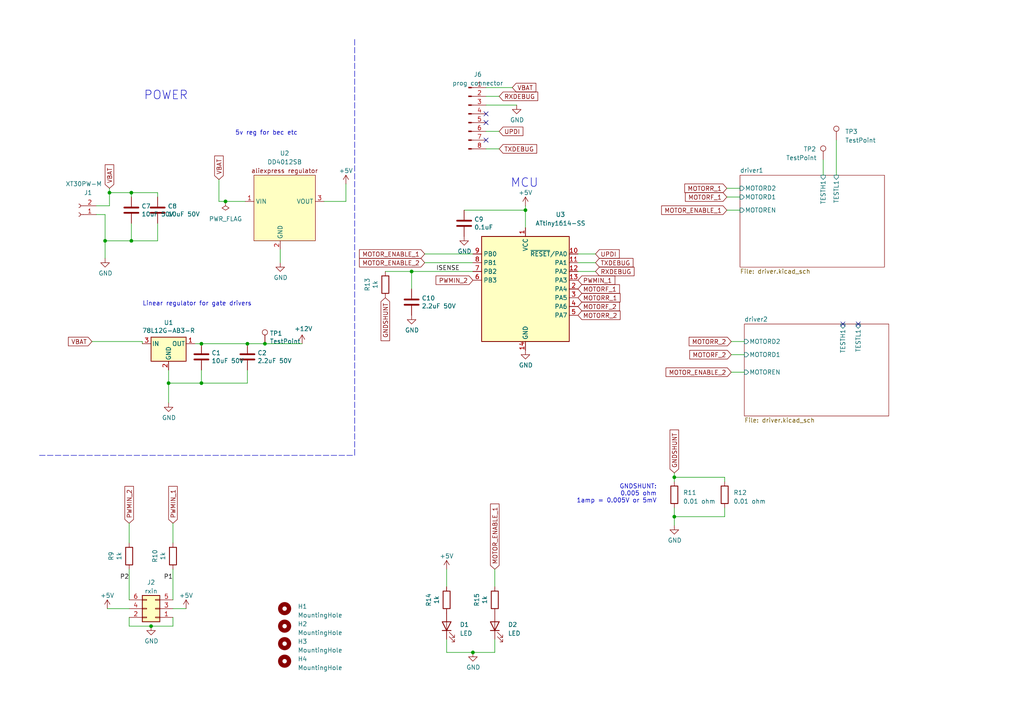
<source format=kicad_sch>
(kicad_sch (version 20210621) (generator eeschema)
  (paper "A4")
  (title_block (title "Beetle Double ESC") (date "2021-04-29") (company "Mark Robson"))
  (lib_symbols
    (symbol "Connector:Conn_01x02_Female" (pin_names (offset 1.016) hide)
      (property "Reference" "J" (at 0 2.54 0))
      (property "Value" "Conn_01x02_Female" (at 0 -5.08 0))
      (symbol "Conn_01x02_Female_1_1"
        (arc (start 0 -2.032) (end 0 -3.048) (radius (at 0 -2.54) (length 0.508) (angles 90.1 -90.1)) (stroke (width 0.1524)))
        (arc (start 0 0.508) (end 0 -0.508) (radius (at 0 0) (length 0.508) (angles 90.1 -90.1)) (stroke (width 0.1524)))
        (polyline (pts (xy -1.27 -2.54) (xy -0.508 -2.54)) (stroke (width 0.1524)))
        (polyline (pts (xy -1.27 0) (xy -0.508 0)) (stroke (width 0.1524)))
        (pin passive line (at -5.08 0 0) (length 3.81) (name "Pin_1") (number "1"))
        (pin passive line (at -5.08 -2.54 0) (length 3.81) (name "Pin_2") (number "2"))
      )
    )
    (symbol "Connector:Conn_01x08_Male" (pin_names (offset 1.016) hide)
      (property "Reference" "J" (at 0 10.16 0))
      (property "Value" "Conn_01x08_Male" (at 0 -12.7 0))
      (symbol "Conn_01x08_Male_1_1"
        (rectangle (start 0.8636 -10.033) (end 0 -10.287) (stroke (width 0.1524)) (fill (type outline)))
        (rectangle (start 0.8636 -7.493) (end 0 -7.747) (stroke (width 0.1524)) (fill (type outline)))
        (rectangle (start 0.8636 -4.953) (end 0 -5.207) (stroke (width 0.1524)) (fill (type outline)))
        (rectangle (start 0.8636 -2.413) (end 0 -2.667) (stroke (width 0.1524)) (fill (type outline)))
        (rectangle (start 0.8636 0.127) (end 0 -0.127) (stroke (width 0.1524)) (fill (type outline)))
        (rectangle (start 0.8636 2.667) (end 0 2.413) (stroke (width 0.1524)) (fill (type outline)))
        (rectangle (start 0.8636 5.207) (end 0 4.953) (stroke (width 0.1524)) (fill (type outline)))
        (rectangle (start 0.8636 7.747) (end 0 7.493) (stroke (width 0.1524)) (fill (type outline)))
        (polyline (pts (xy 1.27 -10.16) (xy 0.8636 -10.16)) (stroke (width 0.1524)))
        (polyline (pts (xy 1.27 -7.62) (xy 0.8636 -7.62)) (stroke (width 0.1524)))
        (polyline (pts (xy 1.27 -5.08) (xy 0.8636 -5.08)) (stroke (width 0.1524)))
        (polyline (pts (xy 1.27 -2.54) (xy 0.8636 -2.54)) (stroke (width 0.1524)))
        (polyline (pts (xy 1.27 0) (xy 0.8636 0)) (stroke (width 0.1524)))
        (polyline (pts (xy 1.27 2.54) (xy 0.8636 2.54)) (stroke (width 0.1524)))
        (polyline (pts (xy 1.27 5.08) (xy 0.8636 5.08)) (stroke (width 0.1524)))
        (polyline (pts (xy 1.27 7.62) (xy 0.8636 7.62)) (stroke (width 0.1524)))
        (pin passive line (at 5.08 7.62 180) (length 3.81) (name "Pin_1") (number "1"))
        (pin passive line (at 5.08 5.08 180) (length 3.81) (name "Pin_2") (number "2"))
        (pin passive line (at 5.08 2.54 180) (length 3.81) (name "Pin_3") (number "3"))
        (pin passive line (at 5.08 0 180) (length 3.81) (name "Pin_4") (number "4"))
        (pin passive line (at 5.08 -2.54 180) (length 3.81) (name "Pin_5") (number "5"))
        (pin passive line (at 5.08 -5.08 180) (length 3.81) (name "Pin_6") (number "6"))
        (pin passive line (at 5.08 -7.62 180) (length 3.81) (name "Pin_7") (number "7"))
        (pin passive line (at 5.08 -10.16 180) (length 3.81) (name "Pin_8") (number "8"))
      )
    )
    (symbol "Connector:TestPoint" (pin_numbers hide) (pin_names (offset 0.762) hide)
      (property "Reference" "TP" (at 0 6.858 0))
      (property "Value" "TestPoint" (at 0 5.08 0))
      (symbol "TestPoint_0_1"
        (circle (center 0 3.302) (radius 0.762))
      )
      (symbol "TestPoint_1_1"
        (pin passive line (at 0 0 90) (length 2.54) (name "1") (number "1"))
      )
    )
    (symbol "Connector_Generic:Conn_02x03_Odd_Even" (pin_names (offset 1.016) hide)
      (property "Reference" "J" (at 1.27 5.08 0))
      (property "Value" "Conn_02x03_Odd_Even" (at 1.27 -5.08 0))
      (symbol "Conn_02x03_Odd_Even_1_1"
        (rectangle (start -1.27 -2.413) (end 0 -2.667) (stroke (width 0.1524)))
        (rectangle (start -1.27 0.127) (end 0 -0.127) (stroke (width 0.1524)))
        (rectangle (start -1.27 2.667) (end 0 2.413) (stroke (width 0.1524)))
        (rectangle (start 3.81 -2.413) (end 2.54 -2.667) (stroke (width 0.1524)))
        (rectangle (start 3.81 0.127) (end 2.54 -0.127) (stroke (width 0.1524)))
        (rectangle (start 3.81 2.667) (end 2.54 2.413) (stroke (width 0.1524)))
        (rectangle (start -1.27 3.81) (end 3.81 -3.81) (stroke (width 0.254)) (fill (type background)))
        (pin passive line (at -5.08 2.54 0) (length 3.81) (name "Pin_1") (number "1"))
        (pin passive line (at 7.62 2.54 180) (length 3.81) (name "Pin_2") (number "2"))
        (pin passive line (at -5.08 0 0) (length 3.81) (name "Pin_3") (number "3"))
        (pin passive line (at 7.62 0 180) (length 3.81) (name "Pin_4") (number "4"))
        (pin passive line (at -5.08 -2.54 0) (length 3.81) (name "Pin_5") (number "5"))
        (pin passive line (at 7.62 -2.54 180) (length 3.81) (name "Pin_6") (number "6"))
      )
    )
    (symbol "Device:C" (pin_numbers hide) (pin_names (offset 0.254))
      (property "Reference" "C" (at 0.635 2.54 0))
      (property "Value" "C" (at 0.635 -2.54 0))
      (symbol "C_0_1"
        (polyline (pts (xy -2.032 -0.762) (xy 2.032 -0.762)) (stroke (width 0.508)))
        (polyline (pts (xy -2.032 0.762) (xy 2.032 0.762)) (stroke (width 0.508)))
      )
      (symbol "C_1_1"
        (pin passive line (at 0 3.81 270) (length 2.794) (name "~") (number "1"))
        (pin passive line (at 0 -3.81 90) (length 2.794) (name "~") (number "2"))
      )
    )
    (symbol "Device:LED" (pin_numbers hide) (pin_names (offset 1.016) hide)
      (property "Reference" "D" (at 0 2.54 0))
      (property "Value" "LED" (at 0 -2.54 0))
      (symbol "LED_0_1"
        (polyline (pts (xy -1.27 -1.27) (xy -1.27 1.27)) (stroke (width 0.254)))
        (polyline (pts (xy -1.27 0) (xy 1.27 0)))
        (polyline (pts (xy 1.27 -1.27) (xy 1.27 1.27) (xy -1.27 0) (xy 1.27 -1.27)) (stroke (width 0.254)))
        (polyline (pts (xy -3.048 -0.762) (xy -4.572 -2.286) (xy -3.81 -2.286) (xy -4.572 -2.286) (xy -4.572 -1.524)))
        (polyline (pts (xy -1.778 -0.762) (xy -3.302 -2.286) (xy -2.54 -2.286) (xy -3.302 -2.286) (xy -3.302 -1.524)))
      )
      (symbol "LED_1_1"
        (pin passive line (at -3.81 0 0) (length 2.54) (name "K") (number "1"))
        (pin passive line (at 3.81 0 180) (length 2.54) (name "A") (number "2"))
      )
    )
    (symbol "Device:R" (pin_numbers hide) (pin_names (offset 0))
      (property "Reference" "R" (at 2.032 0 90))
      (property "Value" "R" (at 0 0 90))
      (symbol "R_0_1"
        (rectangle (start -1.016 -2.54) (end 1.016 2.54) (stroke (width 0.254)))
      )
      (symbol "R_1_1"
        (pin passive line (at 0 3.81 270) (length 1.27) (name "~") (number "1"))
        (pin passive line (at 0 -3.81 90) (length 1.27) (name "~") (number "2"))
      )
    )
    (symbol "MCU_Microchip_ATtiny:ATtiny1614-SS"
      (property "Reference" "U" (at -12.7 16.51 0))
      (property "Value" "ATtiny1614-SS" (at 2.54 -16.51 0))
      (symbol "ATtiny1614-SS_0_1"
        (rectangle (start -12.7 -15.24) (end 12.7 15.24) (stroke (width 0.254)) (fill (type background)))
      )
      (symbol "ATtiny1614-SS_1_1"
        (pin power_in line (at 0 17.78 270) (length 2.54) (name "VCC") (number "1"))
        (pin bidirectional line (at 15.24 10.16 180) (length 2.54) (name "~{RESET}/PA0") (number "10"))
        (pin bidirectional line (at 15.24 7.62 180) (length 2.54) (name "PA1") (number "11"))
        (pin bidirectional line (at 15.24 5.08 180) (length 2.54) (name "PA2") (number "12"))
        (pin bidirectional line (at 15.24 2.54 180) (length 2.54) (name "PA3") (number "13"))
        (pin power_in line (at 0 -17.78 90) (length 2.54) (name "GND") (number "14"))
        (pin bidirectional line (at 15.24 0 180) (length 2.54) (name "PA4") (number "2"))
        (pin bidirectional line (at 15.24 -2.54 180) (length 2.54) (name "PA5") (number "3"))
        (pin bidirectional line (at 15.24 -5.08 180) (length 2.54) (name "PA6") (number "4"))
        (pin bidirectional line (at 15.24 -7.62 180) (length 2.54) (name "PA7") (number "5"))
        (pin bidirectional line (at -15.24 2.54 0) (length 2.54) (name "PB3") (number "6"))
        (pin bidirectional line (at -15.24 5.08 0) (length 2.54) (name "PB2") (number "7"))
        (pin bidirectional line (at -15.24 7.62 0) (length 2.54) (name "PB1") (number "8"))
        (pin bidirectional line (at -15.24 10.16 0) (length 2.54) (name "PB0") (number "9"))
      )
    )
    (symbol "Mechanical:MountingHole" (pin_names (offset 1.016))
      (property "Reference" "H" (at 0 5.08 0))
      (property "Value" "MountingHole" (at 0 3.175 0))
      (symbol "MountingHole_0_1"
        (circle (center 0 0) (radius 1.27) (stroke (width 1.27)))
      )
    )
    (symbol "Regulator_Linear:L78L12_SOT89" (pin_names (offset 0.254))
      (property "Reference" "U" (at -3.81 3.175 0))
      (property "Value" "L78L12_SOT89" (at -0.635 3.175 0))
      (symbol "L78L12_SOT89_0_1"
        (rectangle (start -5.08 1.905) (end 5.08 -5.08) (stroke (width 0.254)) (fill (type background)))
      )
      (symbol "L78L12_SOT89_1_1"
        (pin power_out line (at 7.62 0 180) (length 2.54) (name "OUT") (number "1"))
        (pin power_in line (at 0 -7.62 90) (length 2.54) (name "GND") (number "2"))
        (pin power_in line (at -7.62 0 0) (length 2.54) (name "IN") (number "3"))
      )
    )
    (symbol "beetledouble:DD4012SB"
      (property "Reference" "U" (at 0 5.08 0))
      (property "Value" "DD4012SB" (at 0 7.62 0))
      (symbol "DD4012SB_0_0"
        (text "aliexpress regulator" (at 0 10.16 0) (effects (font (size 1.27 1.27))))
      )
      (symbol "DD4012SB_0_1"
        (rectangle (start -8.89 8.89) (end 8.89 -10.16) (stroke (width 0.1524)) (fill (type background)))
      )
      (symbol "DD4012SB_1_1"
        (pin power_in line (at -11.43 1.27 0) (length 2.54) (name "VIN") (number "1"))
        (pin power_in line (at -1.27 -12.7 90) (length 2.54) (name "GND") (number "2"))
        (pin power_out line (at 11.43 1.27 180) (length 2.54) (name "VOUT") (number "3"))
      )
    )
    (symbol "power:+12V" (power) (pin_names (offset 0))
      (property "Value" "+12V" (at 0 3.556 0))
      (symbol "+12V_0_1"
        (polyline (pts (xy -0.762 1.27) (xy 0 2.54)))
        (polyline (pts (xy 0 0) (xy 0 2.54)))
        (polyline (pts (xy 0 2.54) (xy 0.762 1.27)))
      )
      (symbol "+12V_1_1"
        (pin power_in line (at 0 0 90) (length 0) hide (name "+12V") (number "1"))
      )
    )
    (symbol "power:+5V" (power) (pin_names (offset 0))
      (property "Value" "+5V" (at 0 3.556 0))
      (symbol "+5V_0_1"
        (polyline (pts (xy -0.762 1.27) (xy 0 2.54)))
        (polyline (pts (xy 0 0) (xy 0 2.54)))
        (polyline (pts (xy 0 2.54) (xy 0.762 1.27)))
      )
      (symbol "+5V_1_1"
        (pin power_in line (at 0 0 90) (length 0) hide (name "+5V") (number "1"))
      )
    )
    (symbol "power:GND" (power) (pin_names (offset 0))
      (property "Value" "GND" (at 0 -3.81 0))
      (symbol "GND_0_1"
        (polyline (pts (xy 0 0) (xy 0 -1.27) (xy 1.27 -1.27) (xy 0 -2.54) (xy -1.27 -1.27) (xy 0 -1.27)))
      )
      (symbol "GND_1_1"
        (pin power_in line (at 0 0 270) (length 0) hide (name "GND") (number "1"))
      )
    )
    (symbol "power:PWR_FLAG" (power) (pin_numbers hide) (pin_names (offset 0) hide)
      (property "Value" "PWR_FLAG" (at 0 3.81 0))
      (symbol "PWR_FLAG_0_0"
        (pin power_out line (at 0 0 90) (length 0) (name "pwr") (number "1"))
      )
      (symbol "PWR_FLAG_0_1"
        (polyline (pts (xy 0 0) (xy 0 1.27) (xy -1.016 1.905) (xy 0 2.54) (xy 1.016 1.905) (xy 0 1.27)))
      )
    )
  )
  (junction (at 30.48 69.85) (diameter 0.9144))
  (junction (at 31.75 55.88) (diameter 0.9144))
  (junction (at 38.1 55.88) (diameter 0.9144))
  (junction (at 38.1 69.85) (diameter 0.9144))
  (junction (at 43.815 181.61) (diameter 0.9144))
  (junction (at 48.895 111.125) (diameter 0.9144))
  (junction (at 58.42 99.695) (diameter 0.9144))
  (junction (at 58.42 111.125) (diameter 0.9144))
  (junction (at 65.405 58.42) (diameter 0.9144))
  (junction (at 71.755 99.695) (diameter 0.9144))
  (junction (at 76.835 99.695) (diameter 0.9144))
  (junction (at 119.38 78.74) (diameter 0.9144))
  (junction (at 137.16 189.23) (diameter 0.9144))
  (junction (at 152.4 60.96) (diameter 0.9144))
  (junction (at 195.58 138.43) (diameter 0.9144))
  (junction (at 195.58 149.86) (diameter 0.9144))
  (no_connect (at 140.97 33.02))
  (no_connect (at 140.97 35.56))
  (no_connect (at 140.97 40.64))
  (no_connect (at 244.475 93.98))
  (no_connect (at 248.92 93.98))
  (wire (pts (xy 26.67 99.06) (xy 41.275 99.06)))
  (wire (pts (xy 27.94 59.69) (xy 31.75 59.69)))
  (wire (pts (xy 27.94 62.23) (xy 30.48 62.23)))
  (wire (pts (xy 30.48 62.23) (xy 30.48 69.85)))
  (wire (pts (xy 30.48 69.85) (xy 30.48 74.93)))
  (wire (pts (xy 31.115 176.53) (xy 37.465 176.53)))
  (wire (pts (xy 31.75 55.88) (xy 31.75 54.61)))
  (wire (pts (xy 31.75 55.88) (xy 38.1 55.88)))
  (wire (pts (xy 31.75 59.69) (xy 31.75 55.88)))
  (wire (pts (xy 37.465 151.765) (xy 37.465 157.48)))
  (wire (pts (xy 37.465 165.1) (xy 37.465 173.99)))
  (wire (pts (xy 37.465 179.07) (xy 37.465 181.61)))
  (wire (pts (xy 37.465 181.61) (xy 43.815 181.61)))
  (wire (pts (xy 38.1 55.88) (xy 38.1 57.15)))
  (wire (pts (xy 38.1 55.88) (xy 45.72 55.88)))
  (wire (pts (xy 38.1 64.77) (xy 38.1 69.85)))
  (wire (pts (xy 38.1 69.85) (xy 30.48 69.85)))
  (wire (pts (xy 41.275 99.06) (xy 41.275 99.695)))
  (wire (pts (xy 43.815 181.61) (xy 50.165 181.61)))
  (wire (pts (xy 45.72 55.88) (xy 45.72 57.15)))
  (wire (pts (xy 45.72 64.77) (xy 45.72 69.85)))
  (wire (pts (xy 45.72 69.85) (xy 38.1 69.85)))
  (wire (pts (xy 48.895 107.315) (xy 48.895 111.125)))
  (wire (pts (xy 48.895 111.125) (xy 48.895 116.84)))
  (wire (pts (xy 50.165 151.765) (xy 50.165 157.48)))
  (wire (pts (xy 50.165 165.1) (xy 50.165 173.99)))
  (wire (pts (xy 50.165 176.53) (xy 53.975 176.53)))
  (wire (pts (xy 50.165 179.07) (xy 50.165 181.61)))
  (wire (pts (xy 56.515 99.695) (xy 58.42 99.695)))
  (wire (pts (xy 58.42 99.695) (xy 71.755 99.695)))
  (wire (pts (xy 58.42 107.315) (xy 58.42 111.125)))
  (wire (pts (xy 58.42 111.125) (xy 48.895 111.125)))
  (wire (pts (xy 58.42 111.125) (xy 71.755 111.125)))
  (wire (pts (xy 63.5 52.07) (xy 63.5 58.42)))
  (wire (pts (xy 65.405 58.42) (xy 63.5 58.42)))
  (wire (pts (xy 71.12 58.42) (xy 65.405 58.42)))
  (wire (pts (xy 71.755 99.695) (xy 76.835 99.695)))
  (wire (pts (xy 71.755 111.125) (xy 71.755 107.315)))
  (wire (pts (xy 76.835 99.695) (xy 87.63 99.695)))
  (wire (pts (xy 81.28 72.39) (xy 81.28 76.2)))
  (wire (pts (xy 93.98 58.42) (xy 100.33 58.42)))
  (wire (pts (xy 100.33 53.34) (xy 100.33 58.42)))
  (wire (pts (xy 111.76 78.74) (xy 119.38 78.74)))
  (wire (pts (xy 119.38 78.74) (xy 119.38 83.82)))
  (wire (pts (xy 119.38 78.74) (xy 137.16 78.74)))
  (wire (pts (xy 123.19 73.66) (xy 137.16 73.66)))
  (wire (pts (xy 123.19 76.2) (xy 137.16 76.2)))
  (wire (pts (xy 129.54 165.1) (xy 129.54 170.18)))
  (wire (pts (xy 129.54 185.42) (xy 129.54 189.23)))
  (wire (pts (xy 129.54 189.23) (xy 137.16 189.23)))
  (wire (pts (xy 134.62 60.96) (xy 152.4 60.96)))
  (wire (pts (xy 140.97 25.4) (xy 148.59 25.4)))
  (wire (pts (xy 140.97 27.94) (xy 144.78 27.94)))
  (wire (pts (xy 140.97 30.48) (xy 149.86 30.48)))
  (wire (pts (xy 140.97 38.1) (xy 144.78 38.1)))
  (wire (pts (xy 140.97 43.18) (xy 144.78 43.18)))
  (wire (pts (xy 143.51 165.1) (xy 143.51 170.18)))
  (wire (pts (xy 143.51 185.42) (xy 143.51 189.23)))
  (wire (pts (xy 143.51 189.23) (xy 137.16 189.23)))
  (wire (pts (xy 152.4 59.69) (xy 152.4 60.96)))
  (wire (pts (xy 152.4 60.96) (xy 152.4 66.04)))
  (wire (pts (xy 167.64 73.66) (xy 172.72 73.66)))
  (wire (pts (xy 167.64 76.2) (xy 172.72 76.2)))
  (wire (pts (xy 167.64 78.74) (xy 172.72 78.74)))
  (wire (pts (xy 195.58 137.16) (xy 195.58 138.43)))
  (wire (pts (xy 195.58 138.43) (xy 195.58 139.7)))
  (wire (pts (xy 195.58 138.43) (xy 210.185 138.43)))
  (wire (pts (xy 195.58 149.86) (xy 195.58 147.32)))
  (wire (pts (xy 195.58 149.86) (xy 195.58 152.4)))
  (wire (pts (xy 210.185 138.43) (xy 210.185 139.7)))
  (wire (pts (xy 210.185 147.32) (xy 210.185 149.86)))
  (wire (pts (xy 210.185 149.86) (xy 195.58 149.86)))
  (wire (pts (xy 210.82 54.61) (xy 214.63 54.61)))
  (wire (pts (xy 210.82 57.15) (xy 214.63 57.15)))
  (wire (pts (xy 210.82 60.96) (xy 214.63 60.96)))
  (wire (pts (xy 212.09 99.06) (xy 215.9 99.06)))
  (wire (pts (xy 212.09 102.87) (xy 215.9 102.87)))
  (wire (pts (xy 212.09 107.95) (xy 215.9 107.95)))
  (wire (pts (xy 238.76 46.355) (xy 238.76 50.8)))
  (wire (pts (xy 242.57 40.64) (xy 242.57 50.8)))
  (polyline (pts (xy 11.43 132.08) (xy 102.87 132.08)) (stroke (width 0) (type dash)))
  (polyline (pts (xy 102.87 11.43) (xy 102.87 132.08)) (stroke (width 0) (type dash)))
  (text "POWER" (at 54.61 29.21 180) (effects (font (size 2.5 2.5)) (justify right bottom)))
  (text "Linear regulator for gate drivers" (at 73.025 88.9 180) (effects (font (size 1.27 1.27)) (justify right bottom)))
  (text "5v reg for bec etc" (at 86.36 39.37 180) (effects (font (size 1.27 1.27)) (justify right bottom)))
  (text "MCU" (at 156.21 54.61 180) (effects (font (size 2.5 2.5)) (justify right bottom)))
  (text "GNDSHUNT:\n0.005 ohm\n1amp = 0.005V or 5mV" (at 190.5 146.05 180) (effects (font (size 1.27 1.27)) (justify right bottom)))
  (label "P2" (at 37.465 168.275 180))
  (label "P1" (at 50.165 168.275 180))
  (label "ISENSE" (at 133.35 78.74 180))
  (global_label "VBAT" (shape input) (at 26.67 99.06 180) (property "Intersheet References" "${INTERSHEET_REFS}" (effects hide)))
  (global_label "VBAT" (shape input) (at 31.75 54.61 90) (property "Intersheet References" "${INTERSHEET_REFS}" (effects hide)))
  (global_label "PWMIN_2" (shape input) (at 37.465 151.765 90) (property "Intersheet References" "${INTERSHEET_REFS}" (effects hide)))
  (global_label "PWMIN_1" (shape input) (at 50.165 151.765 90) (property "Intersheet References" "${INTERSHEET_REFS}" (effects hide)))
  (global_label "VBAT" (shape input) (at 63.5 52.07 90) (property "Intersheet References" "${INTERSHEET_REFS}" (effects hide)))
  (global_label "GNDSHUNT" (shape input) (at 111.76 86.36 270) (property "Intersheet References" "${INTERSHEET_REFS}" (effects hide)))
  (global_label "MOTOR_ENABLE_1" (shape input) (at 123.19 73.66 180) (property "Intersheet References" "${INTERSHEET_REFS}" (effects hide)))
  (global_label "MOTOR_ENABLE_2" (shape input) (at 123.19 76.2 180) (property "Intersheet References" "${INTERSHEET_REFS}" (effects hide)))
  (global_label "PWMIN_2" (shape input) (at 137.16 81.28 180) (property "Intersheet References" "${INTERSHEET_REFS}" (effects hide)))
  (global_label "MOTOR_ENABLE_1" (shape input) (at 143.51 165.1 90) (property "Intersheet References" "${INTERSHEET_REFS}" (effects hide)))
  (global_label "RXDEBUG" (shape input) (at 144.78 27.94 0) (property "Intersheet References" "${INTERSHEET_REFS}" (effects hide)))
  (global_label "UPDI" (shape input) (at 144.78 38.1 0) (property "Intersheet References" "${INTERSHEET_REFS}" (effects hide)))
  (global_label "TXDEBUG" (shape input) (at 144.78 43.18 0) (property "Intersheet References" "${INTERSHEET_REFS}" (effects hide)))
  (global_label "VBAT" (shape input) (at 148.59 25.4 0) (property "Intersheet References" "${INTERSHEET_REFS}" (effects hide)))
  (global_label "PWMIN_1" (shape input) (at 167.64 81.28 0) (property "Intersheet References" "${INTERSHEET_REFS}" (effects hide)))
  (global_label "MOTORF_1" (shape input) (at 167.64 83.82 0) (property "Intersheet References" "${INTERSHEET_REFS}" (effects hide)))
  (global_label "MOTORR_1" (shape input) (at 167.64 86.36 0) (property "Intersheet References" "${INTERSHEET_REFS}" (effects hide)))
  (global_label "MOTORF_2" (shape input) (at 167.64 88.9 0) (property "Intersheet References" "${INTERSHEET_REFS}" (effects hide)))
  (global_label "MOTORR_2" (shape input) (at 167.64 91.44 0) (property "Intersheet References" "${INTERSHEET_REFS}" (effects hide)))
  (global_label "UPDI" (shape input) (at 172.72 73.66 0) (property "Intersheet References" "${INTERSHEET_REFS}" (effects hide)))
  (global_label "TXDEBUG" (shape input) (at 172.72 76.2 0) (property "Intersheet References" "${INTERSHEET_REFS}" (effects hide)))
  (global_label "RXDEBUG" (shape input) (at 172.72 78.74 0) (property "Intersheet References" "${INTERSHEET_REFS}" (effects hide)))
  (global_label "GNDSHUNT" (shape input) (at 195.58 137.16 90) (property "Intersheet References" "${INTERSHEET_REFS}" (effects hide)))
  (global_label "MOTORR_1" (shape input) (at 210.82 54.61 180) (property "Intersheet References" "${INTERSHEET_REFS}" (effects hide)))
  (global_label "MOTORF_1" (shape input) (at 210.82 57.15 180) (property "Intersheet References" "${INTERSHEET_REFS}" (effects hide)))
  (global_label "MOTOR_ENABLE_1" (shape input) (at 210.82 60.96 180) (property "Intersheet References" "${INTERSHEET_REFS}" (effects hide)))
  (global_label "MOTORR_2" (shape input) (at 212.09 99.06 180) (property "Intersheet References" "${INTERSHEET_REFS}" (effects hide)))
  (global_label "MOTORF_2" (shape input) (at 212.09 102.87 180) (property "Intersheet References" "${INTERSHEET_REFS}" (effects hide)))
  (global_label "MOTOR_ENABLE_2" (shape input) (at 212.09 107.95 180) (property "Intersheet References" "${INTERSHEET_REFS}" (effects hide)))
  (symbol (lib_id "power:+5V") (at 31.115 176.53 0) (unit 1)
    (property "Reference" "#PWR021" (effects hide))
    (property "Value" "+5V" (at 31.115 172.72 0))
  )
  (symbol (lib_id "power:+5V") (at 53.975 176.53 0) (unit 1)
    (property "Reference" "#PWR0103" (effects hide))
    (property "Value" "+5V" (at 53.975 172.72 0))
  )
  (symbol (lib_id "power:+12V") (at 87.63 99.695 0) (unit 1)
    (property "Reference" "#PWR05" (effects hide))
    (property "Value" "+12V" (at 87.9983 95.3706 0))
  )
  (symbol (lib_id "power:+5V") (at 100.33 53.34 0) (unit 1)
    (property "Reference" "#PWR04" (effects hide))
    (property "Value" "+5V" (at 100.33 49.53 0))
  )
  (symbol (lib_id "power:+5V") (at 129.54 165.1 0) (unit 1)
    (property "Reference" "#PWR019" (effects hide))
    (property "Value" "+5V" (at 129.54 161.29 0))
  )
  (symbol (lib_id "power:+5V") (at 152.4 59.69 0) (unit 1)
    (property "Reference" "#PWR016" (effects hide))
    (property "Value" "+5V" (at 152.4 55.88 0))
  )
  (symbol (lib_id "power:PWR_FLAG") (at 65.405 58.42 180) (unit 1)
    (property "Reference" "#FLG01" (effects hide))
    (property "Value" "PWR_FLAG" (at 65.405 63.5 0))
  )
  (symbol (lib_id "Connector:TestPoint") (at 76.835 99.695 0) (unit 1)
    (property "Reference" "TP1" (at 78.2321 96.7041 0) (effects (justify left)))
    (property "Value" "TestPoint" (at 78.2321 99.0028 0) (effects (justify left)))
    (property "Footprint" "TestPoint:TestPoint_Pad_1.5x1.5mm" (effects hide))
  )
  (symbol (lib_id "Connector:TestPoint") (at 238.76 46.355 0) (unit 1)
    (property "Reference" "TP2" (at 233.045 43.2434 0) (effects (justify left)))
    (property "Value" "TestPoint" (at 227.965 45.7834 0) (effects (justify left)))
    (property "Footprint" "TestPoint:TestPoint_Pad_1.5x1.5mm" (effects hide))
  )
  (symbol (lib_id "Connector:TestPoint") (at 242.57 40.64 0) (unit 1)
    (property "Reference" "TP3" (at 245.11 38.1634 0) (effects (justify left)))
    (property "Value" "TestPoint" (at 245.11 40.7034 0) (effects (justify left)))
    (property "Footprint" "TestPoint:TestPoint_Pad_1.5x1.5mm" (effects hide))
  )
  (symbol (lib_id "power:GND") (at 30.48 74.93 0) (unit 1)
    (property "Reference" "#PWR01" (effects hide))
    (property "Value" "GND" (at 30.5943 79.2544 0))
  )
  (symbol (lib_id "power:GND") (at 43.815 181.61 0) (unit 1)
    (property "Reference" "#PWR0101" (effects hide))
    (property "Value" "GND" (at 43.9293 185.9344 0))
  )
  (symbol (lib_id "power:GND") (at 48.895 116.84 0) (unit 1)
    (property "Reference" "#PWR02" (effects hide))
    (property "Value" "GND" (at 49.0093 121.1644 0))
  )
  (symbol (lib_id "power:GND") (at 81.28 76.2 0) (unit 1)
    (property "Reference" "#PWR03" (effects hide))
    (property "Value" "GND" (at 81.3943 80.5244 0))
  )
  (symbol (lib_id "power:GND") (at 119.38 91.44 0) (unit 1)
    (property "Reference" "#PWR0102" (effects hide))
    (property "Value" "GND" (at 119.4943 95.7644 0))
  )
  (symbol (lib_id "power:GND") (at 134.62 68.58 0) (unit 1)
    (property "Reference" "#PWR014" (effects hide))
    (property "Value" "GND" (at 134.7343 72.9044 0))
  )
  (symbol (lib_id "power:GND") (at 137.16 189.23 0) (unit 1)
    (property "Reference" "#PWR020" (effects hide))
    (property "Value" "GND" (at 137.2743 193.5544 0))
  )
  (symbol (lib_id "power:GND") (at 149.86 30.48 0) (unit 1)
    (property "Reference" "#PWR015" (effects hide))
    (property "Value" "GND" (at 149.9743 34.8044 0))
  )
  (symbol (lib_id "power:GND") (at 152.4 101.6 0) (unit 1)
    (property "Reference" "#PWR017" (effects hide))
    (property "Value" "GND" (at 152.5143 105.9244 0))
  )
  (symbol (lib_id "power:GND") (at 195.58 152.4 0) (unit 1)
    (property "Reference" "#PWR018" (effects hide))
    (property "Value" "GND" (at 195.6943 156.7244 0))
  )
  (symbol (lib_id "Mechanical:MountingHole") (at 82.55 176.53 0) (unit 1)
    (property "Reference" "H1" (at 86.36 175.8949 0) (effects (justify left)))
    (property "Value" "MountingHole" (at 86.36 178.4349 0) (effects (justify left)))
    (property "Footprint" "MountingHole:MountingHole_2.7mm_M2.5" (effects hide))
  )
  (symbol (lib_id "Mechanical:MountingHole") (at 82.55 181.61 0) (unit 1)
    (property "Reference" "H2" (at 86.36 180.9749 0) (effects (justify left)))
    (property "Value" "MountingHole" (at 86.36 183.5149 0) (effects (justify left)))
    (property "Footprint" "MountingHole:MountingHole_2.7mm_M2.5" (effects hide))
  )
  (symbol (lib_id "Mechanical:MountingHole") (at 82.55 186.69 0) (unit 1)
    (property "Reference" "H3" (at 86.36 186.0549 0) (effects (justify left)))
    (property "Value" "MountingHole" (at 86.36 188.5949 0) (effects (justify left)))
    (property "Footprint" "MountingHole:MountingHole_2.7mm_M2.5" (effects hide))
  )
  (symbol (lib_id "Mechanical:MountingHole") (at 82.55 191.77 0) (unit 1)
    (property "Reference" "H4" (at 86.36 191.1349 0) (effects (justify left)))
    (property "Value" "MountingHole" (at 86.36 193.6749 0) (effects (justify left)))
    (property "Footprint" "MountingHole:MountingHole_2.7mm_M2.5" (effects hide))
  )
  (symbol (lib_id "Device:R") (at 37.465 161.29 180) (unit 1)
    (property "Reference" "R9" (at 32.2388 161.29 90))
    (property "Value" "1k" (at 34.5375 161.29 90))
    (property "Footprint" "Resistor_SMD:R_0603_1608Metric" (effects hide))
  )
  (symbol (lib_id "Device:R") (at 50.165 161.29 180) (unit 1)
    (property "Reference" "R10" (at 44.9388 161.29 90))
    (property "Value" "1k" (at 47.2375 161.29 90))
    (property "Footprint" "Resistor_SMD:R_0603_1608Metric" (effects hide))
  )
  (symbol (lib_id "Device:R") (at 111.76 82.55 180) (unit 1)
    (property "Reference" "R13" (at 106.5338 82.55 90))
    (property "Value" "1k" (at 108.8325 82.55 90))
    (property "Footprint" "Resistor_SMD:R_0603_1608Metric" (effects hide))
  )
  (symbol (lib_id "Device:R") (at 129.54 173.99 180) (unit 1)
    (property "Reference" "R14" (at 124.3138 173.99 90))
    (property "Value" "1k" (at 126.6125 173.99 90))
    (property "Footprint" "Resistor_SMD:R_0603_1608Metric" (effects hide))
  )
  (symbol (lib_id "Device:R") (at 143.51 173.99 180) (unit 1)
    (property "Reference" "R15" (at 138.2838 173.99 90))
    (property "Value" "1k" (at 140.5825 173.99 90))
    (property "Footprint" "Resistor_SMD:R_0603_1608Metric" (effects hide))
  )
  (symbol (lib_id "Device:R") (at 195.58 143.51 180) (unit 1)
    (property "Reference" "R11" (at 198.12 142.8749 0) (effects (justify right)))
    (property "Value" "0.01 ohm" (at 198.12 145.4149 0) (effects (justify right)))
    (property "Footprint" "Resistor_SMD:R_2512_6332Metric_Pad1.40x3.35mm_HandSolder" (effects hide))
  )
  (symbol (lib_id "Device:R") (at 210.185 143.51 180) (unit 1)
    (property "Reference" "R12" (at 212.725 142.8749 0) (effects (justify right)))
    (property "Value" "0.01 ohm" (at 212.725 145.4149 0) (effects (justify right)))
    (property "Footprint" "Resistor_SMD:R_2512_6332Metric_Pad1.40x3.35mm_HandSolder" (effects hide))
  )
  (symbol (lib_id "Connector:Conn_01x02_Female") (at 22.86 62.23 180) (unit 1)
    (property "Reference" "J1" (at 25.5524 55.88 0))
    (property "Value" "XT30PW-M" (at 24.2824 53.34 0))
    (property "Footprint" "beetledouble:beetlepower" (effects hide))
  )
  (symbol (lib_id "Device:LED") (at 129.54 181.61 90) (unit 1)
    (property "Reference" "D1" (at 133.35 181.1654 90) (effects (justify right)))
    (property "Value" "LED" (at 133.35 183.7054 90) (effects (justify right)))
    (property "Footprint" "LED_SMD:LED_0603_1608Metric_Pad1.05x0.95mm_HandSolder" (effects hide))
    (property "LCSC" "C2286" (effects hide))
  )
  (symbol (lib_id "Device:LED") (at 143.51 181.61 90) (unit 1)
    (property "Reference" "D2" (at 147.32 181.1654 90) (effects (justify right)))
    (property "Value" "LED" (at 147.32 183.7054 90) (effects (justify right)))
    (property "Footprint" "LED_SMD:LED_0603_1608Metric_Pad1.05x0.95mm_HandSolder" (effects hide))
    (property "LCSC" "C2286" (effects hide))
  )
  (symbol (lib_id "Device:C") (at 38.1 60.96 0) (unit 1)
    (property "Reference" "C7" (at 41.0211 59.8106 0) (effects (justify left)))
    (property "Value" "10uF 50V" (at 41.0211 62.1093 0) (effects (justify left)))
    (property "Footprint" "Capacitor_SMD:C_1206_3216Metric" (effects hide))
    (property "LCSC" "C13585" (effects hide))
  )
  (symbol (lib_id "Device:C") (at 45.72 60.96 0) (unit 1)
    (property "Reference" "C8" (at 48.6411 59.8106 0) (effects (justify left)))
    (property "Value" "10uF 50V" (at 48.6411 62.1093 0) (effects (justify left)))
    (property "Footprint" "Capacitor_SMD:C_1206_3216Metric" (effects hide))
    (property "LCSC" "C13585" (effects hide))
  )
  (symbol (lib_id "Device:C") (at 58.42 103.505 0) (unit 1)
    (property "Reference" "C1" (at 61.3411 102.3556 0) (effects (justify left)))
    (property "Value" "10uF 50V" (at 61.3411 104.6543 0) (effects (justify left)))
    (property "Footprint" "Capacitor_SMD:C_1206_3216Metric" (effects hide))
    (property "LCSC" "C13585" (effects hide))
  )
  (symbol (lib_id "Device:C") (at 71.755 103.505 0) (unit 1)
    (property "Reference" "C2" (at 74.676 102.356 0) (effects (justify left)))
    (property "Value" "2.2uF 50V" (at 74.6761 104.6543 0) (effects (justify left)))
    (property "Footprint" "Capacitor_SMD:C_0603_1608Metric" (effects hide))
    (property "LCSC" "C326557" (effects hide))
  )
  (symbol (lib_id "Device:C") (at 119.38 87.63 0) (unit 1)
    (property "Reference" "C10" (at 122.301 86.481 0) (effects (justify left)))
    (property "Value" "2.2uF 50V" (at 122.3011 88.7793 0) (effects (justify left)))
    (property "Footprint" "Capacitor_SMD:C_0603_1608Metric" (effects hide))
    (property "LCSC" "C326557" (effects hide))
  )
  (symbol (lib_id "Device:C") (at 134.62 64.77 0) (unit 1)
    (property "Reference" "C9" (at 137.541 63.621 0) (effects (justify left)))
    (property "Value" "0.1uF" (at 137.5411 65.9193 0) (effects (justify left)))
    (property "Footprint" "Capacitor_SMD:C_0603_1608Metric" (effects hide))
    (property "LCSC" "C14663" (effects hide))
  )
  (symbol (lib_id "Connector:Conn_01x08_Male") (at 135.89 33.02 0) (unit 1)
    (property "Reference" "J6" (at 138.5824 21.59 0))
    (property "Value" "prog connector" (at 138.5824 24.13 0))
    (property "Footprint" "beetledouble:SOIC_clipProgSmall" (effects hide))
  )
  (symbol (lib_id "Connector_Generic:Conn_02x03_Odd_Even") (at 45.085 176.53 180) (unit 1)
    (property "Reference" "J2" (at 43.815 168.91 0))
    (property "Value" "rxin" (at 43.815 171.45 0))
    (property "Footprint" "Connector_PinSocket_2.54mm:PinSocket_2x03_P2.54mm_Vertical" (effects hide))
  )
  (symbol (lib_id "Regulator_Linear:L78L12_SOT89") (at 48.895 99.695 0) (unit 1)
    (property "Reference" "U1" (at 48.895 93.5798 0))
    (property "Value" "78L12G-AB3-R " (at 48.895 95.878 0))
    (property "Footprint" "Package_TO_SOT_SMD:SOT-89-3" (effects hide))
    (property "Datasheet" "http://www.st.com/content/ccc/resource/technical/document/datasheet/15/55/e5/aa/23/5b/43/fd/CD00000446.pdf/files/CD00000446.pdf/jcr:content/translations/en.CD00000446.pdf" (effects hide))
    (property "LCSC" "C75501" (effects hide))
    (property "Manufacturer" "Unisonic" (effects hide))
  )
  (symbol (lib_id "beetledouble:DD4012SB") (at 82.55 59.69 0) (unit 1)
    (property "Reference" "U2" (at 82.55 44.45 0))
    (property "Value" "DD4012SB" (at 82.55 46.99 0))
    (property "Footprint" "beetledouble:aliexpress_regulator_3p" (effects hide))
    (property "Datasheet" "https://www.aliexpress.com/item/32973365190.html" (effects hide))
  )
  (symbol (lib_id "MCU_Microchip_ATtiny:ATtiny1614-SS") (at 152.4 83.82 0) (unit 1)
    (property "Reference" "U3" (at 162.56 62.23 0))
    (property "Value" "ATtiny1614-SS" (at 162.56 64.77 0))
    (property "Footprint" "Package_SO:SOIC-14_3.9x8.7mm_P1.27mm" (effects hide))
    (property "Datasheet" "http://ww1.microchip.com/downloads/en/DeviceDoc/ATtiny1614-data-sheet-40001995A.pdf" (effects hide))
    (property "LCSC" "C481364" (effects hide))
  )
  (sheet (at 214.63 50.8) (size 41.91 26.67) (stroke (width 0.0006))
    (property "Sheet name" "driver1" (at 214.63 50.1643 0) (effects (justify left bottom)))
    (property "Sheet file" "driver.kicad_sch" (at 214.63 77.9787 0) (effects (justify left top)))
    (pin "MOTORD2" input (at 214.63 54.61 180))
    (pin "MOTOREN" input (at 214.63 60.96 180))
    (pin "MOTORD1" input (at 214.63 57.15 180))
    (pin "TESTH1" input (at 238.76 50.8 90))
    (pin "TESTL1" input (at 242.57 50.8 90))
  )
  (sheet (at 215.9 93.98) (size 41.91 26.67) (stroke (width 0.0006))
    (property "Sheet name" "driver2" (at 215.9 93.3443 0) (effects (justify left bottom)))
    (property "Sheet file" "driver.kicad_sch" (at 215.9 121.1587 0) (effects (justify left top)))
    (pin "MOTORD2" input (at 215.9 99.06 180))
    (pin "MOTOREN" input (at 215.9 107.95 180))
    (pin "MOTORD1" input (at 215.9 102.87 180))
    (pin "TESTH1" input (at 244.475 93.98 90))
    (pin "TESTL1" input (at 248.92 93.98 90))
  )
)
</source>
